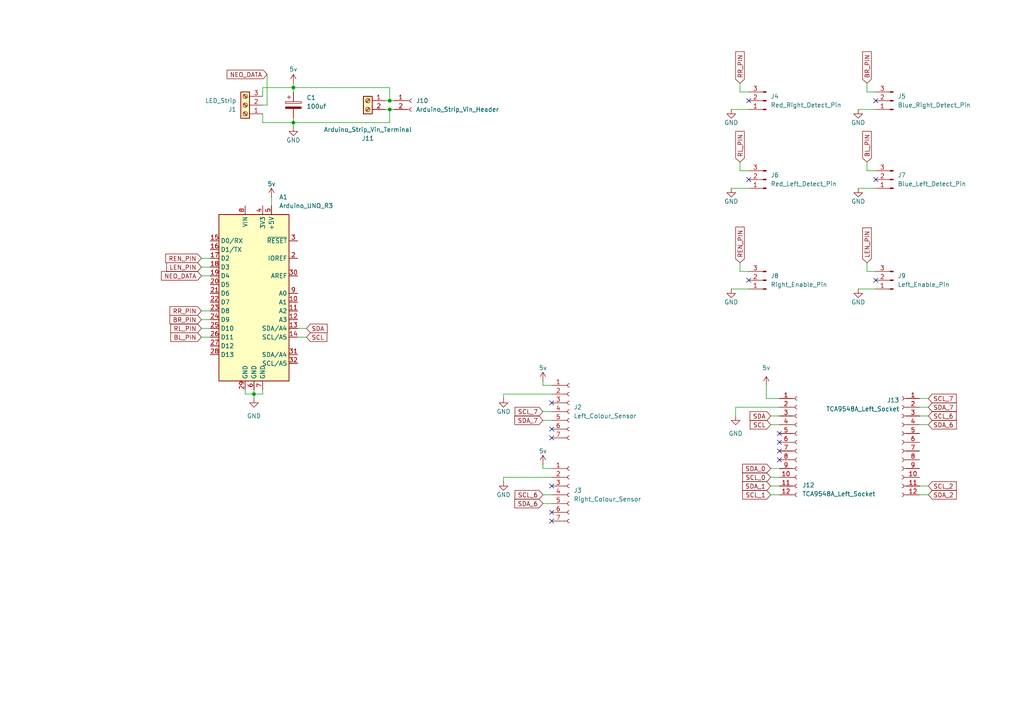
<source format=kicad_sch>
(kicad_sch (version 20231120) (generator "eeschema") (generator_version "8.0")
  (paper "A4")
  (lib_symbols
    (symbol "Connector:Conn_01x02_Socket" (pin_names (offset 1.016) hide)
      (property "Reference" "J" (at 0 2.54 0))
      (property "Value" "Conn_01x02_Socket" (at 0 -5.08 0))
      (symbol "Conn_01x02_Socket_1_1"
        (arc (start 0 -2.032) (mid -0.5058 -2.54) (end 0 -3.048) (stroke (width 0.1524)))
        (polyline (pts (xy -1.27 -2.54) (xy -0.508 -2.54)) (stroke (width 0.1524)))
        (polyline (pts (xy -1.27 0) (xy -0.508 0)) (stroke (width 0.1524)))
        (arc (start 0 0.508) (mid -0.5058 0) (end 0 -0.508) (stroke (width 0.1524)))
        (pin passive line (at -5.08 0 0) (length 3.81) (name "Pin_1") (number "1"))
        (pin passive line (at -5.08 -2.54 0) (length 3.81) (name "Pin_2") (number "2"))
      )
    )
    (symbol "Connector:Conn_01x03_Pin" (pin_names (offset 1.016) hide)
      (property "Reference" "J" (at 0 5.08 0))
      (property "Value" "Conn_01x03_Pin" (at 0 -5.08 0))
      (symbol "Conn_01x03_Pin_1_1"
        (polyline (pts (xy 1.27 -2.54) (xy 0.8636 -2.54)) (stroke (width 0.1524)))
        (polyline (pts (xy 1.27 0) (xy 0.8636 0)) (stroke (width 0.1524)))
        (polyline (pts (xy 1.27 2.54) (xy 0.8636 2.54)) (stroke (width 0.1524)))
        (rectangle (start 0.8636 -2.413) (end 0 -2.667) (stroke (width 0.1524)) (fill (type outline)))
        (rectangle (start 0.8636 0.127) (end 0 -0.127) (stroke (width 0.1524)) (fill (type outline)))
        (rectangle (start 0.8636 2.667) (end 0 2.413) (stroke (width 0.1524)) (fill (type outline)))
        (pin passive line (at 5.08 2.54 180) (length 3.81) (name "Pin_1") (number "1"))
        (pin passive line (at 5.08 0 180) (length 3.81) (name "Pin_2") (number "2"))
        (pin passive line (at 5.08 -2.54 180) (length 3.81) (name "Pin_3") (number "3"))
      )
    )
    (symbol "Connector:Conn_01x07_Socket" (pin_names (offset 1.016) hide)
      (property "Reference" "J" (at 0 10.16 0))
      (property "Value" "Conn_01x07_Socket" (at 0 -10.16 0))
      (symbol "Conn_01x07_Socket_1_1"
        (arc (start 0 -7.112) (mid -0.5058 -7.62) (end 0 -8.128) (stroke (width 0.1524)))
        (arc (start 0 -4.572) (mid -0.5058 -5.08) (end 0 -5.588) (stroke (width 0.1524)))
        (arc (start 0 -2.032) (mid -0.5058 -2.54) (end 0 -3.048) (stroke (width 0.1524)))
        (polyline (pts (xy -1.27 -7.62) (xy -0.508 -7.62)) (stroke (width 0.1524)))
        (polyline (pts (xy -1.27 -5.08) (xy -0.508 -5.08)) (stroke (width 0.1524)))
        (polyline (pts (xy -1.27 -2.54) (xy -0.508 -2.54)) (stroke (width 0.1524)))
        (polyline (pts (xy -1.27 0) (xy -0.508 0)) (stroke (width 0.1524)))
        (polyline (pts (xy -1.27 2.54) (xy -0.508 2.54)) (stroke (width 0.1524)))
        (polyline (pts (xy -1.27 5.08) (xy -0.508 5.08)) (stroke (width 0.1524)))
        (polyline (pts (xy -1.27 7.62) (xy -0.508 7.62)) (stroke (width 0.1524)))
        (arc (start 0 0.508) (mid -0.5058 0) (end 0 -0.508) (stroke (width 0.1524)))
        (arc (start 0 3.048) (mid -0.5058 2.54) (end 0 2.032) (stroke (width 0.1524)))
        (arc (start 0 5.588) (mid -0.5058 5.08) (end 0 4.572) (stroke (width 0.1524)))
        (arc (start 0 8.128) (mid -0.5058 7.62) (end 0 7.112) (stroke (width 0.1524)))
        (pin passive line (at -5.08 7.62 0) (length 3.81) (name "Pin_1") (number "1"))
        (pin passive line (at -5.08 5.08 0) (length 3.81) (name "Pin_2") (number "2"))
        (pin passive line (at -5.08 2.54 0) (length 3.81) (name "Pin_3") (number "3"))
        (pin passive line (at -5.08 0 0) (length 3.81) (name "Pin_4") (number "4"))
        (pin passive line (at -5.08 -2.54 0) (length 3.81) (name "Pin_5") (number "5"))
        (pin passive line (at -5.08 -5.08 0) (length 3.81) (name "Pin_6") (number "6"))
        (pin passive line (at -5.08 -7.62 0) (length 3.81) (name "Pin_7") (number "7"))
      )
    )
    (symbol "Connector:Conn_01x12_Socket" (pin_names (offset 1.016) hide)
      (property "Reference" "J" (at 0 15.24 0))
      (property "Value" "Conn_01x12_Socket" (at 0 -17.78 0))
      (symbol "Conn_01x12_Socket_1_1"
        (arc (start 0 -14.732) (mid -0.5058 -15.24) (end 0 -15.748) (stroke (width 0.1524)))
        (arc (start 0 -12.192) (mid -0.5058 -12.7) (end 0 -13.208) (stroke (width 0.1524)))
        (arc (start 0 -9.652) (mid -0.5058 -10.16) (end 0 -10.668) (stroke (width 0.1524)))
        (arc (start 0 -7.112) (mid -0.5058 -7.62) (end 0 -8.128) (stroke (width 0.1524)))
        (arc (start 0 -4.572) (mid -0.5058 -5.08) (end 0 -5.588) (stroke (width 0.1524)))
        (arc (start 0 -2.032) (mid -0.5058 -2.54) (end 0 -3.048) (stroke (width 0.1524)))
        (polyline (pts (xy -1.27 -15.24) (xy -0.508 -15.24)) (stroke (width 0.1524)))
        (polyline (pts (xy -1.27 -12.7) (xy -0.508 -12.7)) (stroke (width 0.1524)))
        (polyline (pts (xy -1.27 -10.16) (xy -0.508 -10.16)) (stroke (width 0.1524)))
        (polyline (pts (xy -1.27 -7.62) (xy -0.508 -7.62)) (stroke (width 0.1524)))
        (polyline (pts (xy -1.27 -5.08) (xy -0.508 -5.08)) (stroke (width 0.1524)))
        (polyline (pts (xy -1.27 -2.54) (xy -0.508 -2.54)) (stroke (width 0.1524)))
        (polyline (pts (xy -1.27 0) (xy -0.508 0)) (stroke (width 0.1524)))
        (polyline (pts (xy -1.27 2.54) (xy -0.508 2.54)) (stroke (width 0.1524)))
        (polyline (pts (xy -1.27 5.08) (xy -0.508 5.08)) (stroke (width 0.1524)))
        (polyline (pts (xy -1.27 7.62) (xy -0.508 7.62)) (stroke (width 0.1524)))
        (polyline (pts (xy -1.27 10.16) (xy -0.508 10.16)) (stroke (width 0.1524)))
        (polyline (pts (xy -1.27 12.7) (xy -0.508 12.7)) (stroke (width 0.1524)))
        (arc (start 0 0.508) (mid -0.5058 0) (end 0 -0.508) (stroke (width 0.1524)))
        (arc (start 0 3.048) (mid -0.5058 2.54) (end 0 2.032) (stroke (width 0.1524)))
        (arc (start 0 5.588) (mid -0.5058 5.08) (end 0 4.572) (stroke (width 0.1524)))
        (arc (start 0 8.128) (mid -0.5058 7.62) (end 0 7.112) (stroke (width 0.1524)))
        (arc (start 0 10.668) (mid -0.5058 10.16) (end 0 9.652) (stroke (width 0.1524)))
        (arc (start 0 13.208) (mid -0.5058 12.7) (end 0 12.192) (stroke (width 0.1524)))
        (pin passive line (at -5.08 12.7 0) (length 3.81) (name "Pin_1") (number "1"))
        (pin passive line (at -5.08 -10.16 0) (length 3.81) (name "Pin_10") (number "10"))
        (pin passive line (at -5.08 -12.7 0) (length 3.81) (name "Pin_11") (number "11"))
        (pin passive line (at -5.08 -15.24 0) (length 3.81) (name "Pin_12") (number "12"))
        (pin passive line (at -5.08 10.16 0) (length 3.81) (name "Pin_2") (number "2"))
        (pin passive line (at -5.08 7.62 0) (length 3.81) (name "Pin_3") (number "3"))
        (pin passive line (at -5.08 5.08 0) (length 3.81) (name "Pin_4") (number "4"))
        (pin passive line (at -5.08 2.54 0) (length 3.81) (name "Pin_5") (number "5"))
        (pin passive line (at -5.08 0 0) (length 3.81) (name "Pin_6") (number "6"))
        (pin passive line (at -5.08 -2.54 0) (length 3.81) (name "Pin_7") (number "7"))
        (pin passive line (at -5.08 -5.08 0) (length 3.81) (name "Pin_8") (number "8"))
        (pin passive line (at -5.08 -7.62 0) (length 3.81) (name "Pin_9") (number "9"))
      )
    )
    (symbol "Connector:Screw_Terminal_01x02" (pin_names (offset 1.016) hide)
      (property "Reference" "J" (at 0 2.54 0))
      (property "Value" "Screw_Terminal_01x02" (at 0 -5.08 0))
      (symbol "Screw_Terminal_01x02_1_1"
        (rectangle (start -1.27 1.27) (end 1.27 -3.81) (stroke (width 0.254)) (fill (type background)))
        (circle (center 0 -2.54) (radius 0.635) (stroke (width 0.1524)))
        (polyline (pts (xy -0.5334 -2.2098) (xy 0.3302 -3.048)) (stroke (width 0.1524)))
        (polyline (pts (xy -0.5334 0.3302) (xy 0.3302 -0.508)) (stroke (width 0.1524)))
        (polyline (pts (xy -0.3556 -2.032) (xy 0.508 -2.8702)) (stroke (width 0.1524)))
        (polyline (pts (xy -0.3556 0.508) (xy 0.508 -0.3302)) (stroke (width 0.1524)))
        (circle (center 0 0) (radius 0.635) (stroke (width 0.1524)))
        (pin passive line (at -5.08 0 0) (length 3.81) (name "Pin_1") (number "1"))
        (pin passive line (at -5.08 -2.54 0) (length 3.81) (name "Pin_2") (number "2"))
      )
    )
    (symbol "Connector:Screw_Terminal_01x03" (pin_names (offset 1.016) hide)
      (property "Reference" "J" (at 0 5.08 0))
      (property "Value" "Screw_Terminal_01x03" (at 0 -5.08 0))
      (symbol "Screw_Terminal_01x03_1_1"
        (rectangle (start -1.27 3.81) (end 1.27 -3.81) (stroke (width 0.254)) (fill (type background)))
        (circle (center 0 -2.54) (radius 0.635) (stroke (width 0.1524)))
        (polyline (pts (xy -0.5334 -2.2098) (xy 0.3302 -3.048)) (stroke (width 0.1524)))
        (polyline (pts (xy -0.5334 0.3302) (xy 0.3302 -0.508)) (stroke (width 0.1524)))
        (polyline (pts (xy -0.5334 2.8702) (xy 0.3302 2.032)) (stroke (width 0.1524)))
        (polyline (pts (xy -0.3556 -2.032) (xy 0.508 -2.8702)) (stroke (width 0.1524)))
        (polyline (pts (xy -0.3556 0.508) (xy 0.508 -0.3302)) (stroke (width 0.1524)))
        (polyline (pts (xy -0.3556 3.048) (xy 0.508 2.2098)) (stroke (width 0.1524)))
        (circle (center 0 0) (radius 0.635) (stroke (width 0.1524)))
        (circle (center 0 2.54) (radius 0.635) (stroke (width 0.1524)))
        (pin passive line (at -5.08 2.54 0) (length 3.81) (name "Pin_1") (number "1"))
        (pin passive line (at -5.08 0 0) (length 3.81) (name "Pin_2") (number "2"))
        (pin passive line (at -5.08 -2.54 0) (length 3.81) (name "Pin_3") (number "3"))
      )
    )
    (symbol "Device:C_Polarized" (pin_numbers hide) (pin_names (offset 0.254))
      (property "Reference" "C" (at 0.635 2.54 0))
      (property "Value" "C_Polarized" (at 0.635 -2.54 0))
      (symbol "C_Polarized_0_1"
        (rectangle (start -2.286 0.508) (end 2.286 1.016))
        (polyline (pts (xy -1.778 2.286) (xy -0.762 2.286)))
        (polyline (pts (xy -1.27 2.794) (xy -1.27 1.778)))
        (rectangle (start 2.286 -0.508) (end -2.286 -1.016) (fill (type outline)))
      )
      (symbol "C_Polarized_1_1"
        (pin passive line (at 0 3.81 270) (length 2.794) (name "~") (number "1"))
        (pin passive line (at 0 -3.81 90) (length 2.794) (name "~") (number "2"))
      )
    )
    (symbol "MCU_Module:Arduino_UNO_R3"
      (property "Reference" "A" (at -10.16 23.495 0))
      (property "Value" "Arduino_UNO_R3" (at 5.08 -26.67 0))
      (symbol "Arduino_UNO_R3_0_1"
        (rectangle (start -10.16 22.86) (end 10.16 -25.4) (stroke (width 0.254)) (fill (type background)))
      )
      (symbol "Arduino_UNO_R3_1_1"
        (pin no_connect line (at -10.16 -20.32 0) (length 2.54) hide (name "NC") (number "1"))
        (pin bidirectional line (at 12.7 -2.54 180) (length 2.54) (name "A1") (number "10"))
        (pin bidirectional line (at 12.7 -5.08 180) (length 2.54) (name "A2") (number "11"))
        (pin bidirectional line (at 12.7 -7.62 180) (length 2.54) (name "A3") (number "12"))
        (pin bidirectional line (at 12.7 -10.16 180) (length 2.54) (name "SDA/A4") (number "13"))
        (pin bidirectional line (at 12.7 -12.7 180) (length 2.54) (name "SCL/A5") (number "14"))
        (pin bidirectional line (at -12.7 15.24 0) (length 2.54) (name "D0/RX") (number "15"))
        (pin bidirectional line (at -12.7 12.7 0) (length 2.54) (name "D1/TX") (number "16"))
        (pin bidirectional line (at -12.7 10.16 0) (length 2.54) (name "D2") (number "17"))
        (pin bidirectional line (at -12.7 7.62 0) (length 2.54) (name "D3") (number "18"))
        (pin bidirectional line (at -12.7 5.08 0) (length 2.54) (name "D4") (number "19"))
        (pin output line (at 12.7 10.16 180) (length 2.54) (name "IOREF") (number "2"))
        (pin bidirectional line (at -12.7 2.54 0) (length 2.54) (name "D5") (number "20"))
        (pin bidirectional line (at -12.7 0 0) (length 2.54) (name "D6") (number "21"))
        (pin bidirectional line (at -12.7 -2.54 0) (length 2.54) (name "D7") (number "22"))
        (pin bidirectional line (at -12.7 -5.08 0) (length 2.54) (name "D8") (number "23"))
        (pin bidirectional line (at -12.7 -7.62 0) (length 2.54) (name "D9") (number "24"))
        (pin bidirectional line (at -12.7 -10.16 0) (length 2.54) (name "D10") (number "25"))
        (pin bidirectional line (at -12.7 -12.7 0) (length 2.54) (name "D11") (number "26"))
        (pin bidirectional line (at -12.7 -15.24 0) (length 2.54) (name "D12") (number "27"))
        (pin bidirectional line (at -12.7 -17.78 0) (length 2.54) (name "D13") (number "28"))
        (pin power_in line (at -2.54 -27.94 90) (length 2.54) (name "GND") (number "29"))
        (pin input line (at 12.7 15.24 180) (length 2.54) (name "~{RESET}") (number "3"))
        (pin input line (at 12.7 5.08 180) (length 2.54) (name "AREF") (number "30"))
        (pin bidirectional line (at 12.7 -17.78 180) (length 2.54) (name "SDA/A4") (number "31"))
        (pin bidirectional line (at 12.7 -20.32 180) (length 2.54) (name "SCL/A5") (number "32"))
        (pin power_out line (at 2.54 25.4 270) (length 2.54) (name "3V3") (number "4"))
        (pin power_out line (at 5.08 25.4 270) (length 2.54) (name "+5V") (number "5"))
        (pin power_in line (at 0 -27.94 90) (length 2.54) (name "GND") (number "6"))
        (pin power_in line (at 2.54 -27.94 90) (length 2.54) (name "GND") (number "7"))
        (pin power_in line (at -2.54 25.4 270) (length 2.54) (name "VIN") (number "8"))
        (pin bidirectional line (at 12.7 0 180) (length 2.54) (name "A0") (number "9"))
      )
    )
    (symbol "power:GND" (power) (pin_numbers hide) (pin_names (offset 0) hide)
      (property "Value" "GND" (at 0 -3.81 0))
      (symbol "GND_0_1"
        (polyline (pts (xy 0 0) (xy 0 -1.27) (xy 1.27 -1.27) (xy 0 -2.54) (xy -1.27 -1.27) (xy 0 -1.27)))
      )
      (symbol "GND_1_1"
        (pin power_in line (at 0 0 270) (length 0) (name "~") (number "1"))
      )
    )
    (symbol "power:VCC" (power) (pin_numbers hide) (pin_names (offset 0) hide)
      (property "Value" "VCC" (at 0 3.556 0))
      (symbol "VCC_0_1"
        (polyline (pts (xy -0.762 1.27) (xy 0 2.54)))
        (polyline (pts (xy 0 0) (xy 0 2.54)))
        (polyline (pts (xy 0 2.54) (xy 0.762 1.27)))
      )
      (symbol "VCC_1_1"
        (pin power_in line (at 0 0 90) (length 0) (name "~") (number "1"))
      )
    )
  )
  (junction (at 113.03 31.75))
  (junction (at 113.03 29.21))
  (junction (at 85.09 25.4))
  (junction (at 85.09 35.56))
  (junction (at 73.66 114.3))
  (no_connect (at 217.17 81.28))
  (no_connect (at 160.02 116.84))
  (no_connect (at 226.06 130.81))
  (no_connect (at 217.17 29.21))
  (no_connect (at 254 52.07))
  (no_connect (at 217.17 52.07))
  (no_connect (at 160.02 148.59))
  (no_connect (at 226.06 125.73))
  (no_connect (at 160.02 140.97))
  (no_connect (at 226.06 133.35))
  (no_connect (at 254 29.21))
  (no_connect (at 226.06 128.27))
  (no_connect (at 160.02 124.46))
  (no_connect (at 254 81.28))
  (no_connect (at 160.02 127))
  (no_connect (at 160.02 151.13))
  (wire (pts (xy 76.2 35.56) (xy 76.2 33.02)))
  (wire (pts (xy 222.25 115.57) (xy 226.06 115.57)))
  (wire (pts (xy 223.52 143.51) (xy 226.06 143.51)))
  (wire (pts (xy 58.42 97.79) (xy 60.96 97.79)))
  (wire (pts (xy 251.46 26.67) (xy 251.46 24.13)))
  (wire (pts (xy 223.52 135.89) (xy 226.06 135.89)))
  (wire (pts (xy 157.48 143.51) (xy 160.02 143.51)))
  (wire (pts (xy 157.48 146.05) (xy 160.02 146.05)))
  (wire (pts (xy 86.36 95.25) (xy 88.9 95.25)))
  (wire (pts (xy 248.92 83.82) (xy 254 83.82)))
  (wire (pts (xy 73.66 114.3) (xy 73.66 115.57)))
  (wire (pts (xy 58.42 77.47) (xy 60.96 77.47)))
  (wire (pts (xy 78.74 57.15) (xy 78.74 59.69)))
  (wire (pts (xy 223.52 123.19) (xy 226.06 123.19)))
  (wire (pts (xy 266.7 143.51) (xy 269.24 143.51)))
  (wire (pts (xy 86.36 97.79) (xy 88.9 97.79)))
  (wire (pts (xy 85.09 35.56) (xy 85.09 36.83)))
  (wire (pts (xy 77.47 21.59) (xy 77.47 30.48)))
  (wire (pts (xy 85.09 25.4) (xy 113.03 25.4)))
  (wire (pts (xy 71.12 113.03) (xy 71.12 114.3)))
  (wire (pts (xy 213.36 118.11) (xy 213.36 120.65)))
  (wire (pts (xy 58.42 90.17) (xy 60.96 90.17)))
  (wire (pts (xy 114.3 29.21) (xy 113.03 29.21)))
  (wire (pts (xy 76.2 113.03) (xy 76.2 114.3)))
  (wire (pts (xy 254 26.67) (xy 251.46 26.67)))
  (wire (pts (xy 76.2 25.4) (xy 76.2 27.94)))
  (wire (pts (xy 85.09 35.56) (xy 85.09 34.29)))
  (wire (pts (xy 85.09 24.13) (xy 85.09 25.4)))
  (wire (pts (xy 113.03 35.56) (xy 113.03 31.75)))
  (wire (pts (xy 146.05 114.3) (xy 160.02 114.3)))
  (wire (pts (xy 58.42 74.93) (xy 60.96 74.93)))
  (wire (pts (xy 114.3 31.75) (xy 113.03 31.75)))
  (wire (pts (xy 251.46 49.53) (xy 251.46 46.99)))
  (wire (pts (xy 85.09 25.4) (xy 85.09 26.67)))
  (wire (pts (xy 212.09 54.61) (xy 217.17 54.61)))
  (wire (pts (xy 160.02 111.76) (xy 157.48 111.76)))
  (wire (pts (xy 266.7 120.65) (xy 269.24 120.65)))
  (wire (pts (xy 217.17 26.67) (xy 214.63 26.67)))
  (wire (pts (xy 214.63 26.67) (xy 214.63 24.13)))
  (wire (pts (xy 266.7 118.11) (xy 269.24 118.11)))
  (wire (pts (xy 73.66 113.03) (xy 73.66 114.3)))
  (wire (pts (xy 217.17 78.74) (xy 214.63 78.74)))
  (wire (pts (xy 58.42 92.71) (xy 60.96 92.71)))
  (wire (pts (xy 58.42 80.01) (xy 60.96 80.01)))
  (wire (pts (xy 111.76 29.21) (xy 113.03 29.21)))
  (wire (pts (xy 266.7 123.19) (xy 269.24 123.19)))
  (wire (pts (xy 254 49.53) (xy 251.46 49.53)))
  (wire (pts (xy 223.52 138.43) (xy 226.06 138.43)))
  (wire (pts (xy 217.17 49.53) (xy 214.63 49.53)))
  (wire (pts (xy 113.03 25.4) (xy 113.03 29.21)))
  (wire (pts (xy 223.52 140.97) (xy 226.06 140.97)))
  (wire (pts (xy 157.48 135.89) (xy 160.02 135.89)))
  (wire (pts (xy 157.48 111.76) (xy 157.48 110.49)))
  (wire (pts (xy 77.47 30.48) (xy 76.2 30.48)))
  (wire (pts (xy 248.92 54.61) (xy 254 54.61)))
  (wire (pts (xy 254 78.74) (xy 251.46 78.74)))
  (wire (pts (xy 212.09 83.82) (xy 217.17 83.82)))
  (wire (pts (xy 222.25 111.76) (xy 222.25 115.57)))
  (wire (pts (xy 146.05 115.57) (xy 146.05 114.3)))
  (wire (pts (xy 111.76 31.75) (xy 113.03 31.75)))
  (wire (pts (xy 248.92 31.75) (xy 254 31.75)))
  (wire (pts (xy 266.7 115.57) (xy 269.24 115.57)))
  (wire (pts (xy 58.42 95.25) (xy 60.96 95.25)))
  (wire (pts (xy 214.63 78.74) (xy 214.63 76.2)))
  (wire (pts (xy 85.09 35.56) (xy 113.03 35.56)))
  (wire (pts (xy 157.48 121.92) (xy 160.02 121.92)))
  (wire (pts (xy 146.05 139.7) (xy 146.05 138.43)))
  (wire (pts (xy 157.48 134.62) (xy 157.48 135.89)))
  (wire (pts (xy 76.2 25.4) (xy 85.09 25.4)))
  (wire (pts (xy 146.05 138.43) (xy 160.02 138.43)))
  (wire (pts (xy 266.7 140.97) (xy 269.24 140.97)))
  (wire (pts (xy 157.48 119.38) (xy 160.02 119.38)))
  (wire (pts (xy 76.2 35.56) (xy 85.09 35.56)))
  (wire (pts (xy 76.2 114.3) (xy 73.66 114.3)))
  (wire (pts (xy 251.46 78.74) (xy 251.46 76.2)))
  (wire (pts (xy 71.12 114.3) (xy 73.66 114.3)))
  (wire (pts (xy 226.06 118.11) (xy 213.36 118.11)))
  (wire (pts (xy 214.63 49.53) (xy 214.63 46.99)))
  (wire (pts (xy 223.52 120.65) (xy 226.06 120.65)))
  (wire (pts (xy 212.09 31.75) (xy 217.17 31.75)))
  (global_label "RL_PIN" (shape input) (at 214.63 46.99 90) (property "Intersheetrefs" "${INTERSHEET_REFS}" (effects (hide yes))))
  (global_label "BL_PIN" (shape input) (at 58.42 97.79 180) (property "Intersheetrefs" "${INTERSHEET_REFS}" (effects (hide yes))))
  (global_label "SCL" (shape input) (at 88.9 97.79 0) (property "Intersheetrefs" "${INTERSHEET_REFS}" (effects (hide yes))))
  (global_label "LEN_PIN" (shape input) (at 58.42 77.47 180) (property "Intersheetrefs" "${INTERSHEET_REFS}" (effects (hide yes))))
  (global_label "NEO_DATA" (shape input) (at 77.47 21.59 180) (property "Intersheetrefs" "${INTERSHEET_REFS}" (effects (hide yes))))
  (global_label "SDA_0" (shape input) (at 223.52 135.89 180) (property "Intersheetrefs" "${INTERSHEET_REFS}" (effects (hide yes))))
  (global_label "NEO_DATA" (shape input) (at 58.42 80.01 180) (property "Intersheetrefs" "${INTERSHEET_REFS}" (effects (hide yes))))
  (global_label "SCL_6" (shape input) (at 269.24 120.65 0) (property "Intersheetrefs" "${INTERSHEET_REFS}" (effects (hide yes))))
  (global_label "BR_PIN" (shape input) (at 251.46 24.13 90) (property "Intersheetrefs" "${INTERSHEET_REFS}" (effects (hide yes))))
  (global_label "SCL_7" (shape input) (at 157.48 119.38 180) (property "Intersheetrefs" "${INTERSHEET_REFS}" (effects (hide yes))))
  (global_label "REN_PIN" (shape input) (at 214.63 76.2 90) (property "Intersheetrefs" "${INTERSHEET_REFS}" (effects (hide yes))))
  (global_label "SDA_7" (shape input) (at 157.48 121.92 180) (property "Intersheetrefs" "${INTERSHEET_REFS}" (effects (hide yes))))
  (global_label "SCL_2" (shape input) (at 269.24 140.97 0) (property "Intersheetrefs" "${INTERSHEET_REFS}" (effects (hide yes))))
  (global_label "SDA_1" (shape input) (at 223.52 140.97 180) (property "Intersheetrefs" "${INTERSHEET_REFS}" (effects (hide yes))))
  (global_label "RR_PIN" (shape input) (at 58.42 90.17 180) (property "Intersheetrefs" "${INTERSHEET_REFS}" (effects (hide yes))))
  (global_label "LEN_PIN" (shape input) (at 251.46 76.2 90) (property "Intersheetrefs" "${INTERSHEET_REFS}" (effects (hide yes))))
  (global_label "SDA_6" (shape input) (at 157.48 146.05 180) (property "Intersheetrefs" "${INTERSHEET_REFS}" (effects (hide yes))))
  (global_label "SDA_6" (shape input) (at 269.24 123.19 0) (property "Intersheetrefs" "${INTERSHEET_REFS}" (effects (hide yes))))
  (global_label "BL_PIN" (shape input) (at 251.46 46.99 90) (property "Intersheetrefs" "${INTERSHEET_REFS}" (effects (hide yes))))
  (global_label "BR_PIN" (shape input) (at 58.42 92.71 180) (property "Intersheetrefs" "${INTERSHEET_REFS}" (effects (hide yes))))
  (global_label "RL_PIN" (shape input) (at 58.42 95.25 180) (property "Intersheetrefs" "${INTERSHEET_REFS}" (effects (hide yes))))
  (global_label "SCL_7" (shape input) (at 269.24 115.57 0) (property "Intersheetrefs" "${INTERSHEET_REFS}" (effects (hide yes))))
  (global_label "SDA_7" (shape input) (at 269.24 118.11 0) (property "Intersheetrefs" "${INTERSHEET_REFS}" (effects (hide yes))))
  (global_label "SDA_2" (shape input) (at 269.24 143.51 0) (property "Intersheetrefs" "${INTERSHEET_REFS}" (effects (hide yes))))
  (global_label "SCL_1" (shape input) (at 223.52 143.51 180) (property "Intersheetrefs" "${INTERSHEET_REFS}" (effects (hide yes))))
  (global_label "SDA" (shape input) (at 88.9 95.25 0) (property "Intersheetrefs" "${INTERSHEET_REFS}" (effects (hide yes))))
  (global_label "SCL_0" (shape input) (at 223.52 138.43 180) (property "Intersheetrefs" "${INTERSHEET_REFS}" (effects (hide yes))))
  (global_label "SDA" (shape input) (at 223.52 120.65 180) (property "Intersheetrefs" "${INTERSHEET_REFS}" (effects (hide yes))))
  (global_label "SCL" (shape input) (at 223.52 123.19 180) (property "Intersheetrefs" "${INTERSHEET_REFS}" (effects (hide yes))))
  (global_label "RR_PIN" (shape input) (at 214.63 24.13 90) (property "Intersheetrefs" "${INTERSHEET_REFS}" (effects (hide yes))))
  (global_label "REN_PIN" (shape input) (at 58.42 74.93 180) (property "Intersheetrefs" "${INTERSHEET_REFS}" (effects (hide yes))))
  (global_label "SCL_6" (shape input) (at 157.48 143.51 180) (property "Intersheetrefs" "${INTERSHEET_REFS}" (effects (hide yes))))
  (symbol (lib_id "Connector:Conn_01x03_Pin") (at 259.08 29.21 180) (unit 1)
    (property "Reference" "J5" (at 260.35 27.9399 0) (effects (justify right)))
    (property "Value" "Blue_Right_Detect_Pin" (at 260.35 30.4799 0) (effects (justify right)))
    (property "Footprint" "Connector_PinHeader_2.54mm:PinHeader_1x03_P2.54mm_Vertical" (effects (hide yes)))
    (property "Description" "Generic connector, single row, 01x03, script generated" (effects (hide yes)))
  )
  (symbol (lib_id "MCU_Module:Arduino_UNO_R3") (at 73.66 85.09 0) (unit 1)
    (property "Reference" "A1" (at 80.9341 57.15 0) (effects (justify left)))
    (property "Value" "Arduino_UNO_R3" (at 80.9341 59.69 0) (effects (justify left)))
    (property "Footprint" "Module:Arduino_UNO_R3_WithMountingHoles" (effects (hide yes)))
    (property "Datasheet" "https://www.arduino.cc/en/Main/arduinoBoardUno" (effects (hide yes)))
    (property "Description" "Arduino UNO Microcontroller Module, release 3" (effects (hide yes)))
  )
  (symbol (lib_id "power:GND") (at 248.92 83.82 0) (unit 1)
    (property "Reference" "#PWR020" (effects (hide yes)))
    (property "Value" "GND" (at 248.92 87.63 0))
    (property "Description" "Power symbol creates a global label with name \"GND\" , ground" (effects (hide yes)))
  )
  (symbol (lib_id "power:GND") (at 212.09 31.75 0) (unit 1)
    (property "Reference" "#PWR010" (effects (hide yes)))
    (property "Value" "GND" (at 212.09 35.56 0))
    (property "Description" "Power symbol creates a global label with name \"GND\" , ground" (effects (hide yes)))
  )
  (symbol (lib_id "Connector:Conn_01x02_Socket") (at 119.38 29.21 0) (unit 1)
    (property "Reference" "J10" (at 120.65 29.2099 0) (effects (justify left)))
    (property "Value" "Arduino_Strip_Vin_Header" (at 120.65 31.7499 0) (effects (justify left)))
    (property "Footprint" "Connector_PinSocket_2.54mm:PinSocket_1x02_P2.54mm_Vertical" (effects (hide yes)))
    (property "Description" "Generic connector, single row, 01x02, script generated" (effects (hide yes)))
  )
  (symbol (lib_id "power:GND") (at 146.05 115.57 0) (unit 1)
    (property "Reference" "#PWR02" (effects (hide yes)))
    (property "Value" "GND" (at 146.05 119.38 0))
    (property "Description" "Power symbol creates a global label with name \"GND\" , ground" (effects (hide yes)))
  )
  (symbol (lib_id "power:VCC") (at 85.09 24.13 0) (unit 1)
    (property "Reference" "#PWR021" (effects (hide yes)))
    (property "Value" "5v" (at 85.09 20.066 0))
    (property "Description" "Power symbol creates a global label with name \"VCC\"" (effects (hide yes)))
  )
  (symbol (lib_id "Connector:Screw_Terminal_01x03") (at 71.12 30.48 180) (unit 1)
    (property "Reference" "J1" (at 68.58 31.7501 0) (effects (justify left)))
    (property "Value" "LED_Strip" (at 68.58 29.2101 0) (effects (justify left)))
    (property "Footprint" "TerminalBlock:TerminalBlock_bornier-3_P5.08mm" (effects (hide yes)))
    (property "Description" "Generic screw terminal, single row, 01x03, script generated (kicad-library-utils/schlib/autogen/connector/)" (effects (hide yes)))
  )
  (symbol (lib_id "Connector:Conn_01x12_Socket") (at 261.62 128.27 0) (mirror y) (unit 1)
    (property "Reference" "J13" (at 260.858 116.078 0) (effects (justify left)))
    (property "Value" "TCA9548A_Left_Socket" (at 260.858 118.618 0) (effects (justify left)))
    (property "Footprint" "Connector_PinSocket_2.54mm:PinSocket_1x12_P2.54mm_Vertical" (effects (hide yes)))
    (property "Description" "Generic connector, single row, 01x12, script generated" (effects (hide yes)))
  )
  (symbol (lib_id "power:GND") (at 212.09 54.61 0) (unit 1)
    (property "Reference" "#PWR014" (effects (hide yes)))
    (property "Value" "GND" (at 212.09 58.42 0))
    (property "Description" "Power symbol creates a global label with name \"GND\" , ground" (effects (hide yes)))
  )
  (symbol (lib_id "power:VCC") (at 222.25 111.76 0) (unit 1)
    (property "Reference" "#PWR06" (effects (hide yes)))
    (property "Value" "5v" (at 222.25 106.68 0))
    (property "Description" "Power symbol creates a global label with name \"VCC\"" (effects (hide yes)))
  )
  (symbol (lib_id "power:GND") (at 213.36 120.65 0) (unit 1)
    (property "Reference" "#PWR09" (effects (hide yes)))
    (property "Value" "GND" (at 213.36 125.73 0))
    (property "Description" "Power symbol creates a global label with name \"GND\" , ground" (effects (hide yes)))
  )
  (symbol (lib_id "Connector:Conn_01x03_Pin") (at 222.25 29.21 180) (unit 1)
    (property "Reference" "J4" (at 223.52 27.9399 0) (effects (justify right)))
    (property "Value" "Red_Right_Detect_Pin" (at 223.52 30.4799 0) (effects (justify right)))
    (property "Footprint" "Connector_PinHeader_2.54mm:PinHeader_1x03_P2.54mm_Vertical" (effects (hide yes)))
    (property "Description" "Generic connector, single row, 01x03, script generated" (effects (hide yes)))
  )
  (symbol (lib_id "Connector:Conn_01x07_Socket") (at 165.1 143.51 0) (unit 1)
    (property "Reference" "J3" (at 166.37 142.2399 0) (effects (justify left)))
    (property "Value" "Right_Colour_Sensor" (at 166.37 144.7799 0) (effects (justify left)))
    (property "Footprint" "Connector_PinHeader_2.54mm:PinHeader_1x07_P2.54mm_Vertical" (effects (hide yes)))
    (property "Description" "Generic connector, single row, 01x07, script generated" (effects (hide yes)))
  )
  (symbol (lib_id "power:GND") (at 85.09 36.83 0) (unit 1)
    (property "Reference" "#PWR05" (effects (hide yes)))
    (property "Value" "GND" (at 85.09 40.64 0))
    (property "Description" "Power symbol creates a global label with name \"GND\" , ground" (effects (hide yes)))
  )
  (symbol (lib_id "Connector:Conn_01x12_Socket") (at 231.14 128.27 0) (unit 1)
    (property "Reference" "J12" (at 232.664 140.716 0) (effects (justify left)))
    (property "Value" "TCA9548A_Left_Socket" (at 232.664 143.256 0) (effects (justify left)))
    (property "Footprint" "Connector_PinSocket_2.54mm:PinSocket_1x12_P2.54mm_Vertical" (effects (hide yes)))
    (property "Description" "Generic connector, single row, 01x12, script generated" (effects (hide yes)))
  )
  (symbol (lib_id "power:GND") (at 146.05 139.7 0) (unit 1)
    (property "Reference" "#PWR03" (effects (hide yes)))
    (property "Value" "GND" (at 146.05 143.51 0))
    (property "Description" "Power symbol creates a global label with name \"GND\" , ground" (effects (hide yes)))
  )
  (symbol (lib_id "Connector:Conn_01x03_Pin") (at 222.25 81.28 180) (unit 1)
    (property "Reference" "J8" (at 223.52 80.0099 0) (effects (justify right)))
    (property "Value" "Right_Enable_Pin" (at 223.52 82.5499 0) (effects (justify right)))
    (property "Footprint" "Connector_PinHeader_2.54mm:PinHeader_1x03_P2.54mm_Vertical" (effects (hide yes)))
    (property "Description" "Generic connector, single row, 01x03, script generated" (effects (hide yes)))
  )
  (symbol (lib_id "power:VCC") (at 78.74 57.15 0) (unit 1)
    (property "Reference" "#PWR08" (effects (hide yes)))
    (property "Value" "5v" (at 78.74 53.34 0))
    (property "Description" "Power symbol creates a global label with name \"VCC\"" (effects (hide yes)))
  )
  (symbol (lib_id "power:GND") (at 212.09 83.82 0) (unit 1)
    (property "Reference" "#PWR018" (effects (hide yes)))
    (property "Value" "GND" (at 212.09 87.63 0))
    (property "Description" "Power symbol creates a global label with name \"GND\" , ground" (effects (hide yes)))
  )
  (symbol (lib_id "power:GND") (at 248.92 54.61 0) (unit 1)
    (property "Reference" "#PWR016" (effects (hide yes)))
    (property "Value" "GND" (at 248.92 58.42 0))
    (property "Description" "Power symbol creates a global label with name \"GND\" , ground" (effects (hide yes)))
  )
  (symbol (lib_id "Connector:Conn_01x03_Pin") (at 259.08 52.07 180) (unit 1)
    (property "Reference" "J7" (at 260.35 50.7999 0) (effects (justify right)))
    (property "Value" "Blue_Left_Detect_Pin" (at 260.35 53.3399 0) (effects (justify right)))
    (property "Footprint" "Connector_PinHeader_2.54mm:PinHeader_1x03_P2.54mm_Vertical" (effects (hide yes)))
    (property "Description" "Generic connector, single row, 01x03, script generated" (effects (hide yes)))
  )
  (symbol (lib_id "power:GND") (at 248.92 31.75 0) (unit 1)
    (property "Reference" "#PWR012" (effects (hide yes)))
    (property "Value" "GND" (at 248.92 35.56 0))
    (property "Description" "Power symbol creates a global label with name \"GND\" , ground" (effects (hide yes)))
  )
  (symbol (lib_id "Device:C_Polarized") (at 85.09 30.48 0) (unit 1)
    (property "Reference" "C1" (at 88.9 28.3209 0) (effects (justify left)))
    (property "Value" "100uf" (at 88.9 30.8609 0) (effects (justify left)))
    (property "Footprint" "Capacitor_THT:CP_Radial_D8.0mm_P5.00mm" (effects (hide yes)))
    (property "Description" "Polarized capacitor" (effects (hide yes)))
  )
  (symbol (lib_id "power:VCC") (at 157.48 110.49 0) (unit 1)
    (property "Reference" "#PWR01" (effects (hide yes)))
    (property "Value" "5v" (at 157.48 106.68 0))
    (property "Description" "Power symbol creates a global label with name \"VCC\"" (effects (hide yes)))
  )
  (symbol (lib_id "Connector:Conn_01x03_Pin") (at 222.25 52.07 180) (unit 1)
    (property "Reference" "J6" (at 223.52 50.7999 0) (effects (justify right)))
    (property "Value" "Red_Left_Detect_Pin" (at 223.52 53.3399 0) (effects (justify right)))
    (property "Footprint" "Connector_PinHeader_2.54mm:PinHeader_1x03_P2.54mm_Vertical" (effects (hide yes)))
    (property "Description" "Generic connector, single row, 01x03, script generated" (effects (hide yes)))
  )
  (symbol (lib_id "power:VCC") (at 157.48 134.62 0) (unit 1)
    (property "Reference" "#PWR04" (effects (hide yes)))
    (property "Value" "5v" (at 157.48 130.81 0))
    (property "Description" "Power symbol creates a global label with name \"VCC\"" (effects (hide yes)))
  )
  (symbol (lib_id "Connector:Conn_01x07_Socket") (at 165.1 119.38 0) (unit 1)
    (property "Reference" "J2" (at 166.37 118.1099 0) (effects (justify left)))
    (property "Value" "Left_Colour_Sensor" (at 166.37 120.6499 0) (effects (justify left)))
    (property "Footprint" "Connector_PinHeader_2.54mm:PinHeader_1x07_P2.54mm_Vertical" (effects (hide yes)))
    (property "Description" "Generic connector, single row, 01x07, script generated" (effects (hide yes)))
  )
  (symbol (lib_id "power:GND") (at 73.66 115.57 0) (unit 1)
    (property "Reference" "#PWR07" (effects (hide yes)))
    (property "Value" "GND" (at 73.66 120.65 0))
    (property "Description" "Power symbol creates a global label with name \"GND\" , ground" (effects (hide yes)))
  )
  (symbol (lib_id "Connector:Screw_Terminal_01x02") (at 106.68 29.21 0) (mirror y) (unit 1)
    (property "Reference" "J11" (at 106.68 40.132 0))
    (property "Value" "Arduino_Strip_Vin_Terminal" (at 106.68 37.592 0))
    (property "Footprint" "TerminalBlock:TerminalBlock_bornier-2_P5.08mm" (effects (hide yes)))
    (property "Description" "Generic screw terminal, single row, 01x02, script generated (kicad-library-utils/schlib/autogen/connector/)" (effects (hide yes)))
  )
  (symbol (lib_id "Connector:Conn_01x03_Pin") (at 259.08 81.28 180) (unit 1)
    (property "Reference" "J9" (at 260.35 80.0099 0) (effects (justify right)))
    (property "Value" "Left_Enable_Pin" (at 260.35 82.5499 0) (effects (justify right)))
    (property "Footprint" "Connector_PinHeader_2.54mm:PinHeader_1x03_P2.54mm_Vertical" (effects (hide yes)))
    (property "Description" "Generic connector, single row, 01x03, script generated" (effects (hide yes)))
  )
)
</source>
